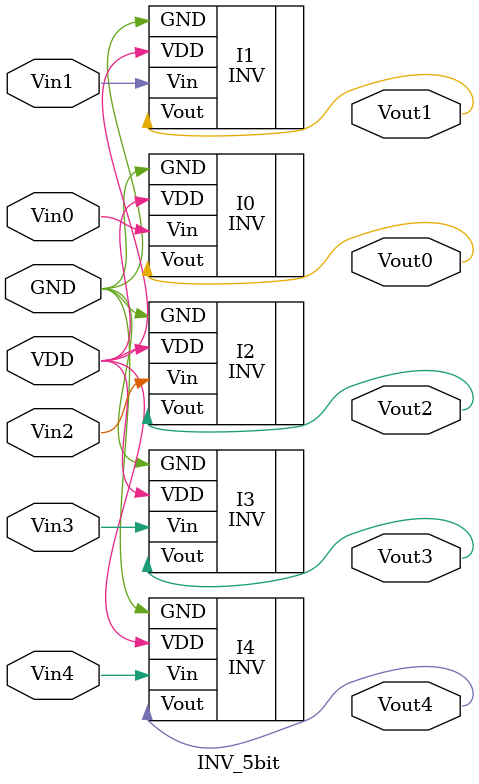
<source format=v>

module INV_5bit (
VDD,GND,Vin0,Vin1,Vin2,Vin3,Vin4,Vout0,Vout1,Vout2,Vout3,Vout4 );
input  VDD;
input  GND;
input  Vin0;
input  Vin1;
input  Vin2;
input  Vin3;
input  Vin4;
output  Vout0;
output  Vout1;
output  Vout2;
output  Vout3;
output  Vout4;
wire Vout2;
wire VDD;
wire Vin4;
wire Vin0;
wire Vin1;
wire Vout1;
wire Vin3;
wire Vout4;
wire Vout0;
wire Vout3;
wire Vin2;
wire GND;

INV    
 I4  ( .VDD( VDD ), .Vin( Vin4 ), .Vout( Vout4 ), .GND( GND ) );

INV    
 I3  ( .VDD( VDD ), .Vin( Vin3 ), .Vout( Vout3 ), .GND( GND ) );

INV    
 I2  ( .VDD( VDD ), .Vin( Vin2 ), .Vout( Vout2 ), .GND( GND ) );

INV    
 I1  ( .VDD( VDD ), .Vin( Vin1 ), .Vout( Vout1 ), .GND( GND ) );

INV    
 I0  ( .VDD( VDD ), .Vin( Vin0 ), .Vout( Vout0 ), .GND( GND ) );

endmodule


</source>
